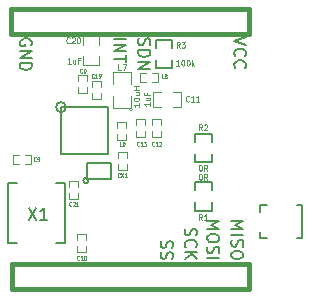
<source format=gto>
G04 (created by PCBNEW (22-Jun-2014 BZR 4027)-stable) date Sun 08 Nov 2015 07:43:16 PM EET*
%MOIN*%
G04 Gerber Fmt 3.4, Leading zero omitted, Abs format*
%FSLAX34Y34*%
G01*
G70*
G90*
G04 APERTURE LIST*
%ADD10C,0.00590551*%
%ADD11C,0.00787402*%
%ADD12C,0.015*%
%ADD13C,0.0028*%
%ADD14C,0.005*%
%ADD15C,0.0047*%
%ADD16C,0.0039*%
%ADD17C,0.0045*%
%ADD18C,0.0043*%
G04 APERTURE END LIST*
G54D10*
G54D11*
X40340Y-38693D02*
X40734Y-38693D01*
X40340Y-38881D02*
X40734Y-38881D01*
X40340Y-39106D01*
X40734Y-39106D01*
X40734Y-39237D02*
X40734Y-39462D01*
X40340Y-39349D02*
X40734Y-39349D01*
X41159Y-38674D02*
X41140Y-38731D01*
X41140Y-38824D01*
X41159Y-38862D01*
X41178Y-38881D01*
X41215Y-38899D01*
X41253Y-38899D01*
X41290Y-38881D01*
X41309Y-38862D01*
X41328Y-38824D01*
X41346Y-38749D01*
X41365Y-38712D01*
X41384Y-38693D01*
X41421Y-38674D01*
X41459Y-38674D01*
X41496Y-38693D01*
X41515Y-38712D01*
X41534Y-38749D01*
X41534Y-38843D01*
X41515Y-38899D01*
X41140Y-39068D02*
X41534Y-39068D01*
X41534Y-39162D01*
X41515Y-39218D01*
X41478Y-39256D01*
X41440Y-39274D01*
X41365Y-39293D01*
X41309Y-39293D01*
X41234Y-39274D01*
X41196Y-39256D01*
X41159Y-39218D01*
X41140Y-39162D01*
X41140Y-39068D01*
X41140Y-39462D02*
X41534Y-39462D01*
X41140Y-39687D01*
X41534Y-39687D01*
X41909Y-45425D02*
X41890Y-45481D01*
X41890Y-45575D01*
X41909Y-45612D01*
X41928Y-45631D01*
X41965Y-45650D01*
X42003Y-45650D01*
X42040Y-45631D01*
X42059Y-45612D01*
X42078Y-45575D01*
X42096Y-45500D01*
X42115Y-45462D01*
X42134Y-45443D01*
X42171Y-45425D01*
X42209Y-45425D01*
X42246Y-45443D01*
X42265Y-45462D01*
X42284Y-45500D01*
X42284Y-45593D01*
X42265Y-45650D01*
X41909Y-45800D02*
X41890Y-45856D01*
X41890Y-45950D01*
X41909Y-45987D01*
X41928Y-46006D01*
X41965Y-46025D01*
X42003Y-46025D01*
X42040Y-46006D01*
X42059Y-45987D01*
X42078Y-45950D01*
X42096Y-45875D01*
X42115Y-45837D01*
X42134Y-45818D01*
X42171Y-45800D01*
X42209Y-45800D01*
X42246Y-45818D01*
X42265Y-45837D01*
X42284Y-45875D01*
X42284Y-45968D01*
X42265Y-46025D01*
X42709Y-45012D02*
X42690Y-45068D01*
X42690Y-45162D01*
X42709Y-45200D01*
X42728Y-45218D01*
X42765Y-45237D01*
X42803Y-45237D01*
X42840Y-45218D01*
X42859Y-45200D01*
X42878Y-45162D01*
X42896Y-45087D01*
X42915Y-45050D01*
X42934Y-45031D01*
X42971Y-45012D01*
X43009Y-45012D01*
X43046Y-45031D01*
X43065Y-45050D01*
X43084Y-45087D01*
X43084Y-45181D01*
X43065Y-45237D01*
X42728Y-45631D02*
X42709Y-45612D01*
X42690Y-45556D01*
X42690Y-45518D01*
X42709Y-45462D01*
X42746Y-45425D01*
X42784Y-45406D01*
X42859Y-45387D01*
X42915Y-45387D01*
X42990Y-45406D01*
X43028Y-45425D01*
X43065Y-45462D01*
X43084Y-45518D01*
X43084Y-45556D01*
X43065Y-45612D01*
X43046Y-45631D01*
X42690Y-45800D02*
X43084Y-45800D01*
X42690Y-46025D02*
X42915Y-45856D01*
X43084Y-46025D02*
X42859Y-45800D01*
X43440Y-44768D02*
X43834Y-44768D01*
X43553Y-44900D01*
X43834Y-45031D01*
X43440Y-45031D01*
X43834Y-45293D02*
X43834Y-45368D01*
X43815Y-45406D01*
X43778Y-45443D01*
X43703Y-45462D01*
X43571Y-45462D01*
X43496Y-45443D01*
X43459Y-45406D01*
X43440Y-45368D01*
X43440Y-45293D01*
X43459Y-45256D01*
X43496Y-45218D01*
X43571Y-45200D01*
X43703Y-45200D01*
X43778Y-45218D01*
X43815Y-45256D01*
X43834Y-45293D01*
X43459Y-45612D02*
X43440Y-45668D01*
X43440Y-45762D01*
X43459Y-45800D01*
X43478Y-45818D01*
X43515Y-45837D01*
X43553Y-45837D01*
X43590Y-45818D01*
X43609Y-45800D01*
X43628Y-45762D01*
X43646Y-45687D01*
X43665Y-45650D01*
X43684Y-45631D01*
X43721Y-45612D01*
X43759Y-45612D01*
X43796Y-45631D01*
X43815Y-45650D01*
X43834Y-45687D01*
X43834Y-45781D01*
X43815Y-45837D01*
X43440Y-46006D02*
X43834Y-46006D01*
X44240Y-44768D02*
X44634Y-44768D01*
X44353Y-44900D01*
X44634Y-45031D01*
X44240Y-45031D01*
X44240Y-45218D02*
X44634Y-45218D01*
X44259Y-45387D02*
X44240Y-45443D01*
X44240Y-45537D01*
X44259Y-45575D01*
X44278Y-45593D01*
X44315Y-45612D01*
X44353Y-45612D01*
X44390Y-45593D01*
X44409Y-45575D01*
X44428Y-45537D01*
X44446Y-45462D01*
X44465Y-45425D01*
X44484Y-45406D01*
X44521Y-45387D01*
X44559Y-45387D01*
X44596Y-45406D01*
X44615Y-45425D01*
X44634Y-45462D01*
X44634Y-45556D01*
X44615Y-45612D01*
X44634Y-45856D02*
X44634Y-45931D01*
X44615Y-45968D01*
X44578Y-46006D01*
X44503Y-46025D01*
X44371Y-46025D01*
X44296Y-46006D01*
X44259Y-45968D01*
X44240Y-45931D01*
X44240Y-45856D01*
X44259Y-45818D01*
X44296Y-45781D01*
X44371Y-45762D01*
X44503Y-45762D01*
X44578Y-45781D01*
X44615Y-45818D01*
X44634Y-45856D01*
X37565Y-38899D02*
X37584Y-38862D01*
X37584Y-38806D01*
X37565Y-38749D01*
X37528Y-38712D01*
X37490Y-38693D01*
X37415Y-38674D01*
X37359Y-38674D01*
X37284Y-38693D01*
X37246Y-38712D01*
X37209Y-38749D01*
X37190Y-38806D01*
X37190Y-38843D01*
X37209Y-38899D01*
X37228Y-38918D01*
X37359Y-38918D01*
X37359Y-38843D01*
X37190Y-39087D02*
X37584Y-39087D01*
X37190Y-39312D01*
X37584Y-39312D01*
X37190Y-39499D02*
X37584Y-39499D01*
X37584Y-39593D01*
X37565Y-39649D01*
X37528Y-39687D01*
X37490Y-39706D01*
X37415Y-39724D01*
X37359Y-39724D01*
X37284Y-39706D01*
X37246Y-39687D01*
X37209Y-39649D01*
X37190Y-39593D01*
X37190Y-39499D01*
X44734Y-38637D02*
X44340Y-38768D01*
X44734Y-38899D01*
X44378Y-39256D02*
X44359Y-39237D01*
X44340Y-39181D01*
X44340Y-39143D01*
X44359Y-39087D01*
X44396Y-39049D01*
X44434Y-39031D01*
X44509Y-39012D01*
X44565Y-39012D01*
X44640Y-39031D01*
X44678Y-39049D01*
X44715Y-39087D01*
X44734Y-39143D01*
X44734Y-39181D01*
X44715Y-39237D01*
X44696Y-39256D01*
X44378Y-39649D02*
X44359Y-39631D01*
X44340Y-39574D01*
X44340Y-39537D01*
X44359Y-39481D01*
X44396Y-39443D01*
X44434Y-39424D01*
X44509Y-39406D01*
X44565Y-39406D01*
X44640Y-39424D01*
X44678Y-39443D01*
X44715Y-39481D01*
X44734Y-39537D01*
X44734Y-39574D01*
X44715Y-39631D01*
X44696Y-39649D01*
G54D10*
X38729Y-40962D02*
G75*
G03X38729Y-40962I-167J0D01*
G74*
G01*
X38562Y-40962D02*
X40137Y-40962D01*
X40137Y-40962D02*
X40137Y-42537D01*
X40137Y-42537D02*
X38562Y-42537D01*
X38562Y-42537D02*
X38562Y-40962D01*
X39477Y-43413D02*
G75*
G03X39477Y-43413I-88J0D01*
G74*
G01*
X40216Y-42822D02*
X39429Y-42822D01*
X39429Y-42822D02*
X39429Y-43374D01*
X39429Y-43374D02*
X40216Y-43374D01*
X40216Y-43374D02*
X40216Y-42822D01*
G54D12*
X36903Y-37683D02*
X44817Y-37683D01*
X44817Y-37683D02*
X44817Y-38470D01*
X44817Y-38509D02*
X36903Y-38509D01*
X36903Y-38470D02*
X36903Y-37683D01*
X36942Y-46187D02*
X44817Y-46187D01*
X44817Y-46187D02*
X44817Y-46974D01*
X44817Y-47013D02*
X36942Y-47013D01*
X36942Y-46974D02*
X36942Y-46187D01*
G54D13*
X41396Y-39810D02*
X41196Y-39810D01*
X41196Y-39810D02*
X41196Y-40110D01*
X41196Y-40110D02*
X41396Y-40110D01*
X41596Y-39810D02*
X41796Y-39810D01*
X41796Y-39810D02*
X41796Y-40110D01*
X41796Y-40110D02*
X41596Y-40110D01*
X40430Y-41842D02*
X40430Y-42042D01*
X40430Y-42042D02*
X40730Y-42042D01*
X40730Y-42042D02*
X40730Y-41842D01*
X40430Y-41642D02*
X40430Y-41442D01*
X40430Y-41442D02*
X40730Y-41442D01*
X40730Y-41442D02*
X40730Y-41642D01*
G54D10*
X45444Y-44213D02*
X45194Y-44213D01*
X45194Y-44213D02*
X45194Y-44463D01*
X45444Y-45313D02*
X45194Y-45313D01*
X45194Y-45313D02*
X45194Y-45113D01*
X46444Y-44213D02*
X46594Y-44213D01*
X46594Y-44213D02*
X46594Y-45313D01*
X46594Y-45313D02*
X46444Y-45313D01*
G54D14*
X43032Y-44134D02*
X43032Y-44412D01*
X43032Y-44412D02*
X43582Y-44412D01*
X43582Y-44412D02*
X43582Y-44134D01*
X43032Y-43462D02*
X43032Y-43740D01*
X43032Y-43462D02*
X43582Y-43462D01*
X43582Y-43462D02*
X43582Y-43740D01*
X43032Y-42519D02*
X43032Y-42797D01*
X43032Y-42797D02*
X43582Y-42797D01*
X43582Y-42797D02*
X43582Y-42519D01*
X43032Y-41847D02*
X43032Y-42125D01*
X43032Y-41847D02*
X43582Y-41847D01*
X43582Y-41847D02*
X43582Y-42125D01*
G54D10*
X37105Y-45488D02*
X36805Y-45488D01*
X36805Y-45488D02*
X36805Y-43488D01*
X36805Y-43488D02*
X37105Y-43488D01*
X38405Y-43488D02*
X38705Y-43488D01*
X38705Y-43488D02*
X38705Y-45488D01*
X38705Y-45488D02*
X38405Y-45488D01*
G54D15*
X42297Y-40956D02*
X42572Y-40956D01*
X41903Y-40956D02*
X41628Y-40956D01*
X42297Y-40444D02*
X42572Y-40444D01*
X41628Y-40444D02*
X41903Y-40444D01*
X42572Y-40450D02*
X42572Y-40950D01*
X41628Y-40950D02*
X41628Y-40450D01*
G54D13*
X41350Y-41550D02*
X41350Y-41350D01*
X41350Y-41350D02*
X41050Y-41350D01*
X41050Y-41350D02*
X41050Y-41550D01*
X41350Y-41750D02*
X41350Y-41950D01*
X41350Y-41950D02*
X41050Y-41950D01*
X41050Y-41950D02*
X41050Y-41750D01*
X41900Y-41550D02*
X41900Y-41350D01*
X41900Y-41350D02*
X41600Y-41350D01*
X41600Y-41350D02*
X41600Y-41550D01*
X41900Y-41750D02*
X41900Y-41950D01*
X41900Y-41950D02*
X41600Y-41950D01*
X41600Y-41950D02*
X41600Y-41750D01*
X39141Y-40287D02*
X39141Y-40487D01*
X39141Y-40487D02*
X39441Y-40487D01*
X39441Y-40487D02*
X39441Y-40287D01*
X39141Y-40087D02*
X39141Y-39887D01*
X39141Y-39887D02*
X39441Y-39887D01*
X39441Y-39887D02*
X39441Y-40087D01*
X40750Y-42650D02*
X40750Y-42450D01*
X40750Y-42450D02*
X40450Y-42450D01*
X40450Y-42450D02*
X40450Y-42650D01*
X40750Y-42850D02*
X40750Y-43050D01*
X40750Y-43050D02*
X40450Y-43050D01*
X40450Y-43050D02*
X40450Y-42850D01*
X37350Y-42850D02*
X37550Y-42850D01*
X37550Y-42850D02*
X37550Y-42550D01*
X37550Y-42550D02*
X37350Y-42550D01*
X37150Y-42850D02*
X36950Y-42850D01*
X36950Y-42850D02*
X36950Y-42550D01*
X36950Y-42550D02*
X37150Y-42550D01*
X39400Y-45400D02*
X39400Y-45200D01*
X39400Y-45200D02*
X39100Y-45200D01*
X39100Y-45200D02*
X39100Y-45400D01*
X39400Y-45600D02*
X39400Y-45800D01*
X39400Y-45800D02*
X39100Y-45800D01*
X39100Y-45800D02*
X39100Y-45600D01*
G54D14*
X41725Y-39397D02*
X41725Y-39675D01*
X41725Y-39675D02*
X42275Y-39675D01*
X42275Y-39675D02*
X42275Y-39397D01*
X41725Y-38725D02*
X41725Y-39003D01*
X41725Y-38725D02*
X42275Y-38725D01*
X42275Y-38725D02*
X42275Y-39003D01*
G54D16*
X40940Y-41043D02*
G75*
G03X40940Y-41043I-50J0D01*
G74*
G01*
X40890Y-40593D02*
X40890Y-40993D01*
X40890Y-40993D02*
X40290Y-40993D01*
X40290Y-40993D02*
X40290Y-40593D01*
X40290Y-40193D02*
X40290Y-39793D01*
X40290Y-39793D02*
X40890Y-39793D01*
X40890Y-39793D02*
X40890Y-40193D01*
G54D15*
X39822Y-38877D02*
X39822Y-38602D01*
X39822Y-39271D02*
X39822Y-39546D01*
X39310Y-38877D02*
X39310Y-38602D01*
X39310Y-39546D02*
X39310Y-39271D01*
X39316Y-38602D02*
X39816Y-38602D01*
X39816Y-39546D02*
X39316Y-39546D01*
G54D13*
X39594Y-40503D02*
X39594Y-40703D01*
X39594Y-40703D02*
X39894Y-40703D01*
X39894Y-40703D02*
X39894Y-40503D01*
X39594Y-40303D02*
X39594Y-40103D01*
X39594Y-40103D02*
X39894Y-40103D01*
X39894Y-40103D02*
X39894Y-40303D01*
X39136Y-43610D02*
X39136Y-43410D01*
X39136Y-43410D02*
X38836Y-43410D01*
X38836Y-43410D02*
X38836Y-43610D01*
X39136Y-43810D02*
X39136Y-44010D01*
X39136Y-44010D02*
X38836Y-44010D01*
X38836Y-44010D02*
X38836Y-43810D01*
X41980Y-40005D02*
X41922Y-40005D01*
X41922Y-39867D01*
X42037Y-39927D02*
X42025Y-39920D01*
X42020Y-39913D01*
X42014Y-39900D01*
X42014Y-39894D01*
X42020Y-39881D01*
X42025Y-39874D01*
X42037Y-39867D01*
X42060Y-39867D01*
X42071Y-39874D01*
X42077Y-39881D01*
X42082Y-39894D01*
X42082Y-39900D01*
X42077Y-39913D01*
X42071Y-39920D01*
X42060Y-39927D01*
X42037Y-39927D01*
X42025Y-39933D01*
X42020Y-39940D01*
X42014Y-39953D01*
X42014Y-39979D01*
X42020Y-39992D01*
X42025Y-39999D01*
X42037Y-40005D01*
X42060Y-40005D01*
X42071Y-39999D01*
X42077Y-39992D01*
X42082Y-39979D01*
X42082Y-39953D01*
X42077Y-39940D01*
X42071Y-39933D01*
X42060Y-39927D01*
X40580Y-42255D02*
X40522Y-42255D01*
X40522Y-42117D01*
X40642Y-42117D02*
X40654Y-42117D01*
X40665Y-42124D01*
X40671Y-42131D01*
X40677Y-42144D01*
X40682Y-42170D01*
X40682Y-42203D01*
X40677Y-42229D01*
X40671Y-42242D01*
X40665Y-42249D01*
X40654Y-42255D01*
X40642Y-42255D01*
X40631Y-42249D01*
X40625Y-42242D01*
X40620Y-42229D01*
X40614Y-42203D01*
X40614Y-42170D01*
X40620Y-42144D01*
X40625Y-42131D01*
X40631Y-42124D01*
X40642Y-42117D01*
G54D17*
X43270Y-44729D02*
X43210Y-44635D01*
X43167Y-44729D02*
X43167Y-44532D01*
X43235Y-44532D01*
X43252Y-44542D01*
X43261Y-44551D01*
X43270Y-44570D01*
X43270Y-44598D01*
X43261Y-44617D01*
X43252Y-44626D01*
X43235Y-44635D01*
X43167Y-44635D01*
X43441Y-44729D02*
X43338Y-44729D01*
X43390Y-44729D02*
X43390Y-44532D01*
X43372Y-44560D01*
X43355Y-44579D01*
X43338Y-44589D01*
X43201Y-43180D02*
X43218Y-43180D01*
X43235Y-43190D01*
X43244Y-43200D01*
X43252Y-43219D01*
X43261Y-43257D01*
X43261Y-43304D01*
X43252Y-43342D01*
X43244Y-43361D01*
X43235Y-43371D01*
X43218Y-43380D01*
X43201Y-43380D01*
X43184Y-43371D01*
X43175Y-43361D01*
X43167Y-43342D01*
X43158Y-43304D01*
X43158Y-43257D01*
X43167Y-43219D01*
X43175Y-43200D01*
X43184Y-43190D01*
X43201Y-43180D01*
X43441Y-43380D02*
X43381Y-43285D01*
X43338Y-43380D02*
X43338Y-43180D01*
X43407Y-43180D01*
X43424Y-43190D01*
X43432Y-43200D01*
X43441Y-43219D01*
X43441Y-43247D01*
X43432Y-43266D01*
X43424Y-43276D01*
X43407Y-43285D01*
X43338Y-43285D01*
X43270Y-41729D02*
X43210Y-41635D01*
X43167Y-41729D02*
X43167Y-41532D01*
X43235Y-41532D01*
X43252Y-41542D01*
X43261Y-41551D01*
X43270Y-41570D01*
X43270Y-41598D01*
X43261Y-41617D01*
X43252Y-41626D01*
X43235Y-41635D01*
X43167Y-41635D01*
X43338Y-41551D02*
X43347Y-41542D01*
X43364Y-41532D01*
X43407Y-41532D01*
X43424Y-41542D01*
X43432Y-41551D01*
X43441Y-41570D01*
X43441Y-41589D01*
X43432Y-41617D01*
X43330Y-41729D01*
X43441Y-41729D01*
X43201Y-42880D02*
X43218Y-42880D01*
X43235Y-42890D01*
X43244Y-42900D01*
X43252Y-42919D01*
X43261Y-42957D01*
X43261Y-43004D01*
X43252Y-43042D01*
X43244Y-43061D01*
X43235Y-43071D01*
X43218Y-43080D01*
X43201Y-43080D01*
X43184Y-43071D01*
X43175Y-43061D01*
X43167Y-43042D01*
X43158Y-43004D01*
X43158Y-42957D01*
X43167Y-42919D01*
X43175Y-42900D01*
X43184Y-42890D01*
X43201Y-42880D01*
X43441Y-43080D02*
X43381Y-42985D01*
X43338Y-43080D02*
X43338Y-42880D01*
X43407Y-42880D01*
X43424Y-42890D01*
X43432Y-42900D01*
X43441Y-42919D01*
X43441Y-42947D01*
X43432Y-42966D01*
X43424Y-42976D01*
X43407Y-42985D01*
X43338Y-42985D01*
G54D10*
X37481Y-44315D02*
X37743Y-44709D01*
X37743Y-44315D02*
X37481Y-44709D01*
X38099Y-44709D02*
X37874Y-44709D01*
X37987Y-44709D02*
X37987Y-44315D01*
X37949Y-44371D01*
X37912Y-44409D01*
X37874Y-44428D01*
G54D17*
X42834Y-40761D02*
X42825Y-40771D01*
X42800Y-40780D01*
X42782Y-40780D01*
X42757Y-40771D01*
X42740Y-40752D01*
X42731Y-40733D01*
X42722Y-40695D01*
X42722Y-40666D01*
X42731Y-40628D01*
X42740Y-40609D01*
X42757Y-40590D01*
X42782Y-40580D01*
X42800Y-40580D01*
X42825Y-40590D01*
X42834Y-40600D01*
X43005Y-40780D02*
X42902Y-40780D01*
X42954Y-40780D02*
X42954Y-40580D01*
X42937Y-40609D01*
X42920Y-40628D01*
X42902Y-40638D01*
X43177Y-40780D02*
X43074Y-40780D01*
X43125Y-40780D02*
X43125Y-40580D01*
X43108Y-40609D01*
X43091Y-40628D01*
X43074Y-40638D01*
X41530Y-40807D02*
X41530Y-40910D01*
X41530Y-40858D02*
X41330Y-40858D01*
X41359Y-40875D01*
X41378Y-40892D01*
X41388Y-40910D01*
X41397Y-40652D02*
X41530Y-40652D01*
X41397Y-40730D02*
X41502Y-40730D01*
X41521Y-40721D01*
X41530Y-40704D01*
X41530Y-40678D01*
X41521Y-40661D01*
X41511Y-40652D01*
X41426Y-40507D02*
X41426Y-40567D01*
X41530Y-40567D02*
X41330Y-40567D01*
X41330Y-40481D01*
G54D13*
X41172Y-42242D02*
X41167Y-42249D01*
X41150Y-42255D01*
X41138Y-42255D01*
X41121Y-42249D01*
X41110Y-42236D01*
X41104Y-42223D01*
X41098Y-42196D01*
X41098Y-42177D01*
X41104Y-42150D01*
X41110Y-42137D01*
X41121Y-42124D01*
X41138Y-42117D01*
X41150Y-42117D01*
X41167Y-42124D01*
X41172Y-42131D01*
X41287Y-42255D02*
X41218Y-42255D01*
X41252Y-42255D02*
X41252Y-42117D01*
X41241Y-42137D01*
X41230Y-42150D01*
X41218Y-42157D01*
X41327Y-42117D02*
X41401Y-42117D01*
X41361Y-42170D01*
X41378Y-42170D01*
X41390Y-42177D01*
X41395Y-42183D01*
X41401Y-42196D01*
X41401Y-42229D01*
X41395Y-42242D01*
X41390Y-42249D01*
X41378Y-42255D01*
X41344Y-42255D01*
X41332Y-42249D01*
X41327Y-42242D01*
X41672Y-42242D02*
X41667Y-42249D01*
X41650Y-42255D01*
X41638Y-42255D01*
X41621Y-42249D01*
X41610Y-42236D01*
X41604Y-42223D01*
X41598Y-42196D01*
X41598Y-42177D01*
X41604Y-42150D01*
X41610Y-42137D01*
X41621Y-42124D01*
X41638Y-42117D01*
X41650Y-42117D01*
X41667Y-42124D01*
X41672Y-42131D01*
X41787Y-42255D02*
X41718Y-42255D01*
X41752Y-42255D02*
X41752Y-42117D01*
X41741Y-42137D01*
X41730Y-42150D01*
X41718Y-42157D01*
X41832Y-42131D02*
X41838Y-42124D01*
X41850Y-42117D01*
X41878Y-42117D01*
X41890Y-42124D01*
X41895Y-42131D01*
X41901Y-42144D01*
X41901Y-42157D01*
X41895Y-42177D01*
X41827Y-42255D01*
X41901Y-42255D01*
X39271Y-39806D02*
X39265Y-39813D01*
X39248Y-39819D01*
X39237Y-39819D01*
X39219Y-39813D01*
X39208Y-39799D01*
X39202Y-39786D01*
X39197Y-39760D01*
X39197Y-39740D01*
X39202Y-39714D01*
X39208Y-39701D01*
X39219Y-39688D01*
X39237Y-39681D01*
X39248Y-39681D01*
X39265Y-39688D01*
X39271Y-39694D01*
X39345Y-39681D02*
X39357Y-39681D01*
X39368Y-39688D01*
X39374Y-39694D01*
X39379Y-39707D01*
X39385Y-39734D01*
X39385Y-39767D01*
X39379Y-39793D01*
X39374Y-39806D01*
X39368Y-39813D01*
X39357Y-39819D01*
X39345Y-39819D01*
X39334Y-39813D01*
X39328Y-39806D01*
X39322Y-39793D01*
X39317Y-39767D01*
X39317Y-39734D01*
X39322Y-39707D01*
X39328Y-39694D01*
X39334Y-39688D01*
X39345Y-39681D01*
X40522Y-43292D02*
X40517Y-43299D01*
X40500Y-43305D01*
X40488Y-43305D01*
X40471Y-43299D01*
X40460Y-43286D01*
X40454Y-43273D01*
X40448Y-43246D01*
X40448Y-43227D01*
X40454Y-43200D01*
X40460Y-43187D01*
X40471Y-43174D01*
X40488Y-43167D01*
X40500Y-43167D01*
X40517Y-43174D01*
X40522Y-43181D01*
X40562Y-43167D02*
X40642Y-43305D01*
X40642Y-43167D02*
X40562Y-43305D01*
X40751Y-43305D02*
X40682Y-43305D01*
X40717Y-43305D02*
X40717Y-43167D01*
X40705Y-43187D01*
X40694Y-43200D01*
X40682Y-43207D01*
X37730Y-42742D02*
X37724Y-42749D01*
X37707Y-42755D01*
X37695Y-42755D01*
X37678Y-42749D01*
X37667Y-42736D01*
X37661Y-42723D01*
X37655Y-42696D01*
X37655Y-42677D01*
X37661Y-42650D01*
X37667Y-42637D01*
X37678Y-42624D01*
X37695Y-42617D01*
X37707Y-42617D01*
X37724Y-42624D01*
X37730Y-42631D01*
X37787Y-42755D02*
X37810Y-42755D01*
X37821Y-42749D01*
X37827Y-42742D01*
X37838Y-42723D01*
X37844Y-42696D01*
X37844Y-42644D01*
X37838Y-42631D01*
X37832Y-42624D01*
X37821Y-42617D01*
X37798Y-42617D01*
X37787Y-42624D01*
X37781Y-42631D01*
X37775Y-42644D01*
X37775Y-42677D01*
X37781Y-42690D01*
X37787Y-42696D01*
X37798Y-42703D01*
X37821Y-42703D01*
X37832Y-42696D01*
X37838Y-42690D01*
X37844Y-42677D01*
X39172Y-46042D02*
X39167Y-46049D01*
X39150Y-46055D01*
X39138Y-46055D01*
X39121Y-46049D01*
X39110Y-46036D01*
X39104Y-46023D01*
X39098Y-45996D01*
X39098Y-45977D01*
X39104Y-45950D01*
X39110Y-45937D01*
X39121Y-45924D01*
X39138Y-45917D01*
X39150Y-45917D01*
X39167Y-45924D01*
X39172Y-45931D01*
X39287Y-46055D02*
X39218Y-46055D01*
X39252Y-46055D02*
X39252Y-45917D01*
X39241Y-45937D01*
X39230Y-45950D01*
X39218Y-45957D01*
X39361Y-45917D02*
X39372Y-45917D01*
X39384Y-45924D01*
X39390Y-45931D01*
X39395Y-45944D01*
X39401Y-45970D01*
X39401Y-46003D01*
X39395Y-46029D01*
X39390Y-46042D01*
X39384Y-46049D01*
X39372Y-46055D01*
X39361Y-46055D01*
X39350Y-46049D01*
X39344Y-46042D01*
X39338Y-46029D01*
X39332Y-46003D01*
X39332Y-45970D01*
X39338Y-45944D01*
X39344Y-45931D01*
X39350Y-45924D01*
X39361Y-45917D01*
G54D17*
X42520Y-38979D02*
X42460Y-38885D01*
X42417Y-38979D02*
X42417Y-38782D01*
X42485Y-38782D01*
X42502Y-38792D01*
X42511Y-38801D01*
X42520Y-38820D01*
X42520Y-38848D01*
X42511Y-38867D01*
X42502Y-38876D01*
X42485Y-38885D01*
X42417Y-38885D01*
X42580Y-38782D02*
X42691Y-38782D01*
X42631Y-38857D01*
X42657Y-38857D01*
X42674Y-38867D01*
X42682Y-38876D01*
X42691Y-38895D01*
X42691Y-38942D01*
X42682Y-38960D01*
X42674Y-38970D01*
X42657Y-38979D01*
X42605Y-38979D01*
X42588Y-38970D01*
X42580Y-38960D01*
X42507Y-39580D02*
X42404Y-39580D01*
X42455Y-39580D02*
X42455Y-39380D01*
X42438Y-39409D01*
X42421Y-39428D01*
X42404Y-39438D01*
X42618Y-39380D02*
X42635Y-39380D01*
X42652Y-39390D01*
X42661Y-39400D01*
X42670Y-39419D01*
X42678Y-39457D01*
X42678Y-39504D01*
X42670Y-39542D01*
X42661Y-39561D01*
X42652Y-39571D01*
X42635Y-39580D01*
X42618Y-39580D01*
X42601Y-39571D01*
X42592Y-39561D01*
X42584Y-39542D01*
X42575Y-39504D01*
X42575Y-39457D01*
X42584Y-39419D01*
X42592Y-39400D01*
X42601Y-39390D01*
X42618Y-39380D01*
X42790Y-39380D02*
X42807Y-39380D01*
X42824Y-39390D01*
X42832Y-39400D01*
X42841Y-39419D01*
X42850Y-39457D01*
X42850Y-39504D01*
X42841Y-39542D01*
X42832Y-39561D01*
X42824Y-39571D01*
X42807Y-39580D01*
X42790Y-39580D01*
X42772Y-39571D01*
X42764Y-39561D01*
X42755Y-39542D01*
X42747Y-39504D01*
X42747Y-39457D01*
X42755Y-39419D01*
X42764Y-39400D01*
X42772Y-39390D01*
X42790Y-39380D01*
X42927Y-39580D02*
X42927Y-39380D01*
X42944Y-39504D02*
X42995Y-39580D01*
X42995Y-39447D02*
X42927Y-39523D01*
G54D18*
X40567Y-39729D02*
X40473Y-39729D01*
X40473Y-39532D01*
X40614Y-39532D02*
X40745Y-39532D01*
X40660Y-39729D01*
X41179Y-40829D02*
X41179Y-40942D01*
X41179Y-40886D02*
X40982Y-40886D01*
X41010Y-40904D01*
X41029Y-40923D01*
X41039Y-40942D01*
X40982Y-40707D02*
X40982Y-40689D01*
X40992Y-40670D01*
X41001Y-40660D01*
X41020Y-40651D01*
X41057Y-40642D01*
X41104Y-40642D01*
X41142Y-40651D01*
X41160Y-40660D01*
X41170Y-40670D01*
X41179Y-40689D01*
X41179Y-40707D01*
X41170Y-40726D01*
X41160Y-40736D01*
X41142Y-40745D01*
X41104Y-40754D01*
X41057Y-40754D01*
X41020Y-40745D01*
X41001Y-40736D01*
X40992Y-40726D01*
X40982Y-40707D01*
X41048Y-40473D02*
X41179Y-40473D01*
X41048Y-40557D02*
X41151Y-40557D01*
X41170Y-40548D01*
X41179Y-40529D01*
X41179Y-40501D01*
X41170Y-40482D01*
X41160Y-40473D01*
X41179Y-40379D02*
X40982Y-40379D01*
X41076Y-40379D02*
X41076Y-40266D01*
X41179Y-40266D02*
X40982Y-40266D01*
G54D17*
X38850Y-38811D02*
X38842Y-38821D01*
X38816Y-38830D01*
X38799Y-38830D01*
X38773Y-38821D01*
X38756Y-38802D01*
X38747Y-38783D01*
X38739Y-38745D01*
X38739Y-38716D01*
X38747Y-38678D01*
X38756Y-38659D01*
X38773Y-38640D01*
X38799Y-38630D01*
X38816Y-38630D01*
X38842Y-38640D01*
X38850Y-38650D01*
X38919Y-38650D02*
X38927Y-38640D01*
X38945Y-38630D01*
X38987Y-38630D01*
X39005Y-38640D01*
X39013Y-38650D01*
X39022Y-38669D01*
X39022Y-38688D01*
X39013Y-38716D01*
X38910Y-38830D01*
X39022Y-38830D01*
X39133Y-38630D02*
X39150Y-38630D01*
X39167Y-38640D01*
X39176Y-38650D01*
X39185Y-38669D01*
X39193Y-38707D01*
X39193Y-38754D01*
X39185Y-38792D01*
X39176Y-38811D01*
X39167Y-38821D01*
X39150Y-38830D01*
X39133Y-38830D01*
X39116Y-38821D01*
X39107Y-38811D01*
X39099Y-38792D01*
X39090Y-38754D01*
X39090Y-38707D01*
X39099Y-38669D01*
X39107Y-38650D01*
X39116Y-38640D01*
X39133Y-38630D01*
X38888Y-39510D02*
X38786Y-39510D01*
X38837Y-39510D02*
X38837Y-39310D01*
X38820Y-39338D01*
X38803Y-39357D01*
X38786Y-39367D01*
X39043Y-39376D02*
X39043Y-39510D01*
X38966Y-39376D02*
X38966Y-39481D01*
X38974Y-39500D01*
X38991Y-39510D01*
X39017Y-39510D01*
X39034Y-39500D01*
X39043Y-39491D01*
X39188Y-39405D02*
X39128Y-39405D01*
X39128Y-39510D02*
X39128Y-39310D01*
X39214Y-39310D01*
G54D13*
X39657Y-39973D02*
X39651Y-39980D01*
X39634Y-39986D01*
X39622Y-39986D01*
X39605Y-39980D01*
X39594Y-39967D01*
X39588Y-39954D01*
X39582Y-39927D01*
X39582Y-39908D01*
X39588Y-39881D01*
X39594Y-39868D01*
X39605Y-39855D01*
X39622Y-39848D01*
X39634Y-39848D01*
X39651Y-39855D01*
X39657Y-39862D01*
X39771Y-39986D02*
X39702Y-39986D01*
X39737Y-39986D02*
X39737Y-39848D01*
X39725Y-39868D01*
X39714Y-39881D01*
X39702Y-39888D01*
X39828Y-39986D02*
X39851Y-39986D01*
X39862Y-39980D01*
X39868Y-39973D01*
X39879Y-39954D01*
X39885Y-39927D01*
X39885Y-39875D01*
X39879Y-39862D01*
X39874Y-39855D01*
X39862Y-39848D01*
X39839Y-39848D01*
X39828Y-39855D01*
X39822Y-39862D01*
X39817Y-39875D01*
X39817Y-39908D01*
X39822Y-39921D01*
X39828Y-39927D01*
X39839Y-39934D01*
X39862Y-39934D01*
X39874Y-39927D01*
X39879Y-39921D01*
X39885Y-39908D01*
X38909Y-44245D02*
X38903Y-44252D01*
X38886Y-44258D01*
X38874Y-44258D01*
X38857Y-44252D01*
X38846Y-44238D01*
X38840Y-44225D01*
X38834Y-44199D01*
X38834Y-44179D01*
X38840Y-44153D01*
X38846Y-44140D01*
X38857Y-44127D01*
X38874Y-44120D01*
X38886Y-44120D01*
X38903Y-44127D01*
X38909Y-44133D01*
X38954Y-44133D02*
X38960Y-44127D01*
X38971Y-44120D01*
X39000Y-44120D01*
X39011Y-44127D01*
X39017Y-44133D01*
X39023Y-44146D01*
X39023Y-44160D01*
X39017Y-44179D01*
X38949Y-44258D01*
X39023Y-44258D01*
X39137Y-44258D02*
X39069Y-44258D01*
X39103Y-44258D02*
X39103Y-44120D01*
X39091Y-44140D01*
X39080Y-44153D01*
X39069Y-44160D01*
M02*

</source>
